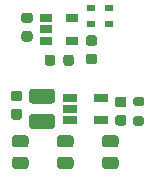
<source format=gtp>
%TF.GenerationSoftware,KiCad,Pcbnew,(5.1.9)-1*%
%TF.CreationDate,2021-09-17T21:45:03+01:00*%
%TF.ProjectId,led-addon,6c65642d-6164-4646-9f6e-2e6b69636164,rev?*%
%TF.SameCoordinates,Original*%
%TF.FileFunction,Paste,Top*%
%TF.FilePolarity,Positive*%
%FSLAX46Y46*%
G04 Gerber Fmt 4.6, Leading zero omitted, Abs format (unit mm)*
G04 Created by KiCad (PCBNEW (5.1.9)-1) date 2021-09-17 21:45:03*
%MOMM*%
%LPD*%
G01*
G04 APERTURE LIST*
%ADD10R,0.700000X0.600000*%
%ADD11R,1.060000X0.650000*%
%ADD12R,1.220000X0.650000*%
G04 APERTURE END LIST*
D10*
%TO.C,D3*%
X36703000Y-27494000D03*
X36703000Y-28894000D03*
%TD*%
%TO.C,D2*%
X35179000Y-28894000D03*
X35179000Y-27494000D03*
%TD*%
D11*
%TO.C,U2*%
X33612000Y-28387000D03*
X33612000Y-30287000D03*
X31412000Y-30287000D03*
X31412000Y-29337000D03*
X31412000Y-28387000D03*
%TD*%
%TO.C,R5*%
G36*
G01*
X32162000Y-31684250D02*
X32162000Y-32196750D01*
G75*
G02*
X31943250Y-32415500I-218750J0D01*
G01*
X31505750Y-32415500D01*
G75*
G02*
X31287000Y-32196750I0J218750D01*
G01*
X31287000Y-31684250D01*
G75*
G02*
X31505750Y-31465500I218750J0D01*
G01*
X31943250Y-31465500D01*
G75*
G02*
X32162000Y-31684250I0J-218750D01*
G01*
G37*
G36*
G01*
X33737000Y-31684250D02*
X33737000Y-32196750D01*
G75*
G02*
X33518250Y-32415500I-218750J0D01*
G01*
X33080750Y-32415500D01*
G75*
G02*
X32862000Y-32196750I0J218750D01*
G01*
X32862000Y-31684250D01*
G75*
G02*
X33080750Y-31465500I218750J0D01*
G01*
X33518250Y-31465500D01*
G75*
G02*
X33737000Y-31684250I0J-218750D01*
G01*
G37*
%TD*%
%TO.C,C4*%
G36*
G01*
X29525250Y-29496500D02*
X30037750Y-29496500D01*
G75*
G02*
X30256500Y-29715250I0J-218750D01*
G01*
X30256500Y-30152750D01*
G75*
G02*
X30037750Y-30371500I-218750J0D01*
G01*
X29525250Y-30371500D01*
G75*
G02*
X29306500Y-30152750I0J218750D01*
G01*
X29306500Y-29715250D01*
G75*
G02*
X29525250Y-29496500I218750J0D01*
G01*
G37*
G36*
G01*
X29525250Y-27921500D02*
X30037750Y-27921500D01*
G75*
G02*
X30256500Y-28140250I0J-218750D01*
G01*
X30256500Y-28577750D01*
G75*
G02*
X30037750Y-28796500I-218750J0D01*
G01*
X29525250Y-28796500D01*
G75*
G02*
X29306500Y-28577750I0J218750D01*
G01*
X29306500Y-28140250D01*
G75*
G02*
X29525250Y-27921500I218750J0D01*
G01*
G37*
%TD*%
%TO.C,C3*%
G36*
G01*
X34986250Y-31427000D02*
X35498750Y-31427000D01*
G75*
G02*
X35717500Y-31645750I0J-218750D01*
G01*
X35717500Y-32083250D01*
G75*
G02*
X35498750Y-32302000I-218750J0D01*
G01*
X34986250Y-32302000D01*
G75*
G02*
X34767500Y-32083250I0J218750D01*
G01*
X34767500Y-31645750D01*
G75*
G02*
X34986250Y-31427000I218750J0D01*
G01*
G37*
G36*
G01*
X34986250Y-29852000D02*
X35498750Y-29852000D01*
G75*
G02*
X35717500Y-30070750I0J-218750D01*
G01*
X35717500Y-30508250D01*
G75*
G02*
X35498750Y-30727000I-218750J0D01*
G01*
X34986250Y-30727000D01*
G75*
G02*
X34767500Y-30508250I0J218750D01*
G01*
X34767500Y-30070750D01*
G75*
G02*
X34986250Y-29852000I218750J0D01*
G01*
G37*
%TD*%
%TO.C,R4*%
G36*
G01*
X39518000Y-35833500D02*
X38968000Y-35833500D01*
G75*
G02*
X38768000Y-35633500I0J200000D01*
G01*
X38768000Y-35233500D01*
G75*
G02*
X38968000Y-35033500I200000J0D01*
G01*
X39518000Y-35033500D01*
G75*
G02*
X39718000Y-35233500I0J-200000D01*
G01*
X39718000Y-35633500D01*
G75*
G02*
X39518000Y-35833500I-200000J0D01*
G01*
G37*
G36*
G01*
X39518000Y-37483500D02*
X38968000Y-37483500D01*
G75*
G02*
X38768000Y-37283500I0J200000D01*
G01*
X38768000Y-36883500D01*
G75*
G02*
X38968000Y-36683500I200000J0D01*
G01*
X39518000Y-36683500D01*
G75*
G02*
X39718000Y-36883500I0J-200000D01*
G01*
X39718000Y-37283500D01*
G75*
G02*
X39518000Y-37483500I-200000J0D01*
G01*
G37*
%TD*%
%TO.C,R3*%
G36*
G01*
X28759999Y-40127500D02*
X29660001Y-40127500D01*
G75*
G02*
X29910000Y-40377499I0J-249999D01*
G01*
X29910000Y-40902501D01*
G75*
G02*
X29660001Y-41152500I-249999J0D01*
G01*
X28759999Y-41152500D01*
G75*
G02*
X28510000Y-40902501I0J249999D01*
G01*
X28510000Y-40377499D01*
G75*
G02*
X28759999Y-40127500I249999J0D01*
G01*
G37*
G36*
G01*
X28759999Y-38302500D02*
X29660001Y-38302500D01*
G75*
G02*
X29910000Y-38552499I0J-249999D01*
G01*
X29910000Y-39077501D01*
G75*
G02*
X29660001Y-39327500I-249999J0D01*
G01*
X28759999Y-39327500D01*
G75*
G02*
X28510000Y-39077501I0J249999D01*
G01*
X28510000Y-38552499D01*
G75*
G02*
X28759999Y-38302500I249999J0D01*
G01*
G37*
%TD*%
%TO.C,R2*%
G36*
G01*
X32569999Y-40127500D02*
X33470001Y-40127500D01*
G75*
G02*
X33720000Y-40377499I0J-249999D01*
G01*
X33720000Y-40902501D01*
G75*
G02*
X33470001Y-41152500I-249999J0D01*
G01*
X32569999Y-41152500D01*
G75*
G02*
X32320000Y-40902501I0J249999D01*
G01*
X32320000Y-40377499D01*
G75*
G02*
X32569999Y-40127500I249999J0D01*
G01*
G37*
G36*
G01*
X32569999Y-38302500D02*
X33470001Y-38302500D01*
G75*
G02*
X33720000Y-38552499I0J-249999D01*
G01*
X33720000Y-39077501D01*
G75*
G02*
X33470001Y-39327500I-249999J0D01*
G01*
X32569999Y-39327500D01*
G75*
G02*
X32320000Y-39077501I0J249999D01*
G01*
X32320000Y-38552499D01*
G75*
G02*
X32569999Y-38302500I249999J0D01*
G01*
G37*
%TD*%
%TO.C,R1*%
G36*
G01*
X36379999Y-40127500D02*
X37280001Y-40127500D01*
G75*
G02*
X37530000Y-40377499I0J-249999D01*
G01*
X37530000Y-40902501D01*
G75*
G02*
X37280001Y-41152500I-249999J0D01*
G01*
X36379999Y-41152500D01*
G75*
G02*
X36130000Y-40902501I0J249999D01*
G01*
X36130000Y-40377499D01*
G75*
G02*
X36379999Y-40127500I249999J0D01*
G01*
G37*
G36*
G01*
X36379999Y-38302500D02*
X37280001Y-38302500D01*
G75*
G02*
X37530000Y-38552499I0J-249999D01*
G01*
X37530000Y-39077501D01*
G75*
G02*
X37280001Y-39327500I-249999J0D01*
G01*
X36379999Y-39327500D01*
G75*
G02*
X36130000Y-39077501I0J249999D01*
G01*
X36130000Y-38552499D01*
G75*
G02*
X36379999Y-38302500I249999J0D01*
G01*
G37*
%TD*%
%TO.C,L1*%
G36*
G01*
X30201500Y-36518000D02*
X31901500Y-36518000D01*
G75*
G02*
X32151500Y-36768000I0J-250000D01*
G01*
X32151500Y-37518000D01*
G75*
G02*
X31901500Y-37768000I-250000J0D01*
G01*
X30201500Y-37768000D01*
G75*
G02*
X29951500Y-37518000I0J250000D01*
G01*
X29951500Y-36768000D01*
G75*
G02*
X30201500Y-36518000I250000J0D01*
G01*
G37*
G36*
G01*
X30201500Y-34368000D02*
X31901500Y-34368000D01*
G75*
G02*
X32151500Y-34618000I0J-250000D01*
G01*
X32151500Y-35368000D01*
G75*
G02*
X31901500Y-35618000I-250000J0D01*
G01*
X30201500Y-35618000D01*
G75*
G02*
X29951500Y-35368000I0J250000D01*
G01*
X29951500Y-34618000D01*
G75*
G02*
X30201500Y-34368000I250000J0D01*
G01*
G37*
%TD*%
D12*
%TO.C,U1*%
X36044500Y-35118000D03*
X36044500Y-37018000D03*
X33424500Y-37018000D03*
X33424500Y-36068000D03*
X33424500Y-35118000D03*
%TD*%
%TO.C,C2*%
G36*
G01*
X28642500Y-36075500D02*
X29142500Y-36075500D01*
G75*
G02*
X29367500Y-36300500I0J-225000D01*
G01*
X29367500Y-36750500D01*
G75*
G02*
X29142500Y-36975500I-225000J0D01*
G01*
X28642500Y-36975500D01*
G75*
G02*
X28417500Y-36750500I0J225000D01*
G01*
X28417500Y-36300500D01*
G75*
G02*
X28642500Y-36075500I225000J0D01*
G01*
G37*
G36*
G01*
X28642500Y-34525500D02*
X29142500Y-34525500D01*
G75*
G02*
X29367500Y-34750500I0J-225000D01*
G01*
X29367500Y-35200500D01*
G75*
G02*
X29142500Y-35425500I-225000J0D01*
G01*
X28642500Y-35425500D01*
G75*
G02*
X28417500Y-35200500I0J225000D01*
G01*
X28417500Y-34750500D01*
G75*
G02*
X28642500Y-34525500I225000J0D01*
G01*
G37*
%TD*%
%TO.C,C1*%
G36*
G01*
X37969000Y-35933500D02*
X37469000Y-35933500D01*
G75*
G02*
X37244000Y-35708500I0J225000D01*
G01*
X37244000Y-35258500D01*
G75*
G02*
X37469000Y-35033500I225000J0D01*
G01*
X37969000Y-35033500D01*
G75*
G02*
X38194000Y-35258500I0J-225000D01*
G01*
X38194000Y-35708500D01*
G75*
G02*
X37969000Y-35933500I-225000J0D01*
G01*
G37*
G36*
G01*
X37969000Y-37483500D02*
X37469000Y-37483500D01*
G75*
G02*
X37244000Y-37258500I0J225000D01*
G01*
X37244000Y-36808500D01*
G75*
G02*
X37469000Y-36583500I225000J0D01*
G01*
X37969000Y-36583500D01*
G75*
G02*
X38194000Y-36808500I0J-225000D01*
G01*
X38194000Y-37258500D01*
G75*
G02*
X37969000Y-37483500I-225000J0D01*
G01*
G37*
%TD*%
M02*

</source>
